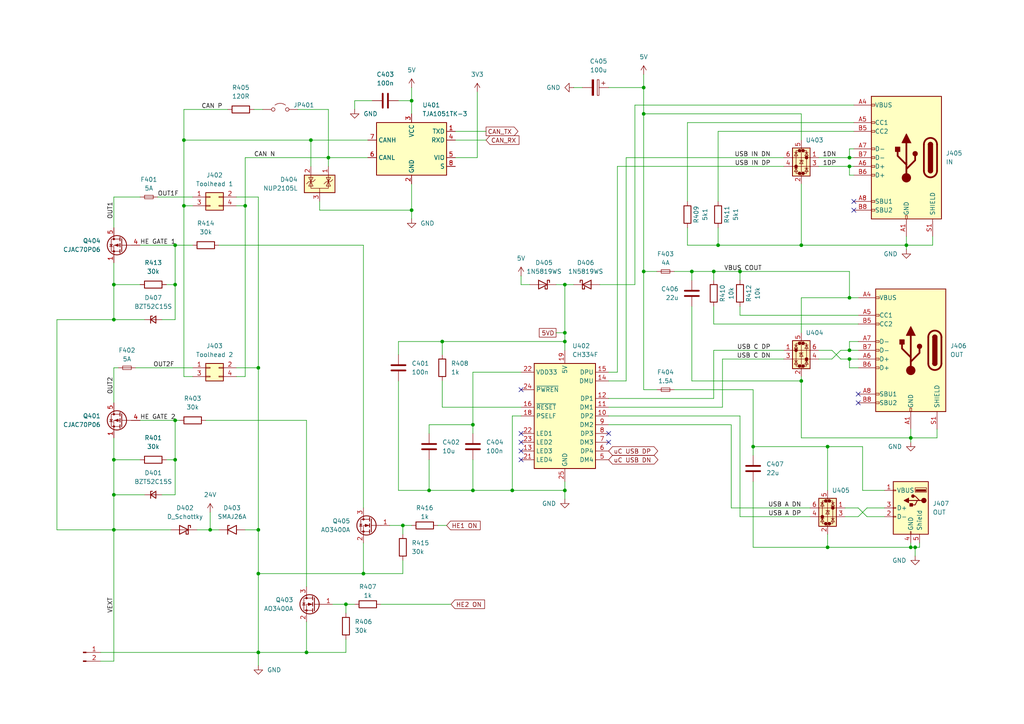
<source format=kicad_sch>
(kicad_sch (version 20250114) (generator "eeschema") (generator_version "9.0")
  (paper "A4")
  (title_block (title "EWS - Power, CANbus and USB HAT for 3D Printers") (date "2025-12-03") (rev "1.0") (company "Eduard Iten"))
  (lib_symbols
    (symbol "Connector:Conn_01x02_Pin" (pin_names (offset 1.016) (hide yes))
      (property "Reference" "J" (at 0 2.54 0))
      (property "Value" "Conn_01x02_Pin" (at 0 -5.08 0))
      (symbol "Conn_01x02_Pin_1_1"
        (pin passive line (at 5.08 0 180) (length 3.81) (name "Pin_1") (number "1"))
        (pin passive line (at 5.08 -2.54 180) (length 3.81) (name "Pin_2") (number "2"))
      )
    )
    (symbol "Connector:USB_A" (pin_names (offset 1.016))
      (property "Reference" "J" (at -5.08 11.43 0))
      (property "Value" "USB_A" (at -5.08 8.89 0))
      (symbol "USB_A_1_1"
        (pin passive line (at -2.54 -10.16 90) (length 2.54) (name "Shield") (number "5"))
        (pin power_in line (at 0 -10.16 90) (length 2.54) (name "GND") (number "4"))
        (pin power_in line (at 7.62 5.08 180) (length 2.54) (name "VBUS") (number "1"))
        (pin bidirectional line (at 7.62 0 180) (length 2.54) (name "D+") (number "3"))
        (pin bidirectional line (at 7.62 -2.54 180) (length 2.54) (name "D-") (number "2"))
      )
    )
    (symbol "Connector:USB_C_Receptacle_USB2.0_16P" (pin_names (offset 1.016))
      (property "Reference" "J" (at 0 22.225 0))
      (property "Value" "USB_C_Receptacle_USB2.0_16P" (at 0 19.685 0))
      (symbol "USB_C_Receptacle_USB2.0_16P_1_1"
        (pin passive line (at -7.62 -22.86 90) (length 5.08) (name "SHIELD") (number "S1"))
        (pin passive line (at 0 -22.86 90) (length 5.08) (name "GND") (number "A1"))
        (pin passive line (at 0 -22.86 90) (length 5.08) (hide yes) (name "GND") (number "A12"))
        (pin passive line (at 0 -22.86 90) (length 5.08) (hide yes) (name "GND") (number "B1"))
        (pin passive line (at 0 -22.86 90) (length 5.08) (hide yes) (name "GND") (number "B12"))
        (pin passive line (at 15.24 15.24 180) (length 5.08) (name "VBUS") (number "A4"))
        (pin passive line (at 15.24 15.24 180) (length 5.08) (hide yes) (name "VBUS") (number "A9"))
        (pin passive line (at 15.24 15.24 180) (length 5.08) (hide yes) (name "VBUS") (number "B4"))
        (pin passive line (at 15.24 15.24 180) (length 5.08) (hide yes) (name "VBUS") (number "B9"))
        (pin bidirectional line (at 15.24 10.16 180) (length 5.08) (name "CC1") (number "A5"))
        (pin bidirectional line (at 15.24 7.62 180) (length 5.08) (name "CC2") (number "B5"))
        (pin bidirectional line (at 15.24 2.54 180) (length 5.08) (name "D-") (number "A7"))
        (pin bidirectional line (at 15.24 0 180) (length 5.08) (name "D-") (number "B7"))
        (pin bidirectional line (at 15.24 -2.54 180) (length 5.08) (name "D+") (number "A6"))
        (pin bidirectional line (at 15.24 -5.08 180) (length 5.08) (name "D+") (number "B6"))
        (pin bidirectional line (at 15.24 -12.7 180) (length 5.08) (name "SBU1") (number "A8"))
        (pin bidirectional line (at 15.24 -15.24 180) (length 5.08) (name "SBU2") (number "B8"))
      )
    )
    (symbol "Connector_Generic:Conn_02x02_Odd_Even" (pin_names (offset 1.016) (hide yes))
      (property "Reference" "J" (at 1.27 2.54 0))
      (property "Value" "Conn_02x02_Odd_Even" (at 1.27 -5.08 0))
      (symbol "Conn_02x02_Odd_Even_1_1"
        (pin passive line (at -5.08 0 0) (length 3.81) (name "Pin_1") (number "1"))
        (pin passive line (at -5.08 -2.54 0) (length 3.81) (name "Pin_3") (number "3"))
        (pin passive line (at 7.62 0 180) (length 3.81) (name "Pin_2") (number "2"))
        (pin passive line (at 7.62 -2.54 180) (length 3.81) (name "Pin_4") (number "4"))
      )
    )
    (symbol "Device:C" (pin_numbers (hide yes)) (pin_names (offset 0.254))
      (property "Reference" "C" (at 0.635 2.54 0))
      (property "Value" "C" (at 0.635 -2.54 0))
      (symbol "C_1_1"
        (pin passive line (at 0 3.81 270) (length 2.794) (name "~") (number "1"))
        (pin passive line (at 0 -3.81 90) (length 2.794) (name "~") (number "2"))
      )
    )
    (symbol "Device:C_Polarized" (pin_numbers (hide yes)) (pin_names (offset 0.254))
      (property "Reference" "C" (at 0.635 2.54 0))
      (property "Value" "C_Polarized" (at 0.635 -2.54 0))
      (symbol "C_Polarized_1_1"
        (pin passive line (at 0 3.81 270) (length 2.794) (name "~") (number "1"))
        (pin passive line (at 0 -3.81 90) (length 2.794) (name "~") (number "2"))
      )
    )
    (symbol "Device:D_Schottky" (pin_numbers (hide yes)) (pin_names (offset 1.016) (hide yes))
      (property "Reference" "D" (at 0 2.54 0))
      (property "Value" "D_Schottky" (at 0 -2.54 0))
      (symbol "D_Schottky_1_1"
        (pin passive line (at -3.81 0 0) (length 2.54) (name "K") (number "1"))
        (pin passive line (at 3.81 0 180) (length 2.54) (name "A") (number "2"))
      )
    )
    (symbol "Device:D_Zener_Small" (pin_numbers (hide yes)) (pin_names (offset 0.254) (hide yes))
      (property "Reference" "D" (at 0 2.286 0))
      (property "Value" "D_Zener_Small" (at 0 -2.286 0))
      (symbol "D_Zener_Small_1_1"
        (pin passive line (at -2.54 0 0) (length 1.778) (name "K") (number "1"))
        (pin passive line (at 2.54 0 180) (length 1.778) (name "A") (number "2"))
      )
    )
    (symbol "Device:Fuse_Small" (pin_numbers (hide yes)) (pin_names (offset 0.254) (hide yes))
      (property "Reference" "F" (at 0 -1.524 0))
      (property "Value" "Fuse_Small" (at 0 1.524 0))
      (symbol "Fuse_Small_1_1"
        (pin passive line (at -2.54 0 0) (length 1.27) (name "~") (number "1"))
        (pin passive line (at 2.54 0 180) (length 1.27) (name "~") (number "2"))
      )
    )
    (symbol "Device:R" (pin_numbers (hide yes)) (pin_names (offset 0))
      (property "Reference" "R" (at 2.032 0 90))
      (property "Value" "R" (at 0 0 90))
      (symbol "R_1_1"
        (pin passive line (at 0 3.81 270) (length 1.27) (name "~") (number "1"))
        (pin passive line (at 0 -3.81 90) (length 1.27) (name "~") (number "2"))
      )
    )
    (symbol "Diode:1N5819WS" (pin_numbers (hide yes)) (pin_names (offset 1.016) (hide yes))
      (property "Reference" "D" (at 0 2.54 0))
      (property "Value" "1N5819WS" (at 0 -2.54 0))
      (symbol "1N5819WS_1_1"
        (pin passive line (at -3.81 0 0) (length 2.54) (name "K") (number "1"))
        (pin passive line (at 3.81 0 180) (length 2.54) (name "A") (number "2"))
      )
    )
    (symbol "Diode:SMAJ26A" (pin_numbers (hide yes)) (pin_names (offset 1.016) (hide yes))
      (property "Reference" "D" (at 0 2.54 0))
      (property "Value" "SMAJ26A" (at 0 -2.54 0))
      (symbol "SMAJ26A_1_1"
        (pin passive line (at -3.81 0 0) (length 2.54) (name "A1") (number "1"))
        (pin passive line (at 3.81 0 180) (length 2.54) (name "A2") (number "2"))
      )
    )
    (symbol "Interface_CAN_LIN:TJA1051TK-3"
      (property "Reference" "U" (at -10.16 8.89 0))
      (property "Value" "TJA1051TK-3" (at 1.27 8.89 0))
      (symbol "TJA1051TK-3_1_1"
        (pin input line (at -12.7 5.08 0) (length 2.54) (name "TXD") (number "1"))
        (pin output line (at -12.7 2.54 0) (length 2.54) (name "RXD") (number "4"))
        (pin power_in line (at -12.7 -2.54 0) (length 2.54) (name "VIO") (number "5"))
        (pin input line (at -12.7 -5.08 0) (length 2.54) (name "S") (number "8"))
        (pin power_in line (at 0 10.16 270) (length 2.54) (name "VCC") (number "3"))
        (pin power_in line (at 0 -10.16 90) (length 2.54) (name "GND") (number "2"))
        (pin passive line (at 0 -10.16 90) (length 2.54) (hide yes) (name "GND") (number "9"))
        (pin bidirectional line (at 12.7 2.54 180) (length 2.54) (name "CANH") (number "7"))
        (pin bidirectional line (at 12.7 -2.54 180) (length 2.54) (name "CANL") (number "6"))
      )
    )
    (symbol "Jumper:Jumper_2_Open" (pin_numbers (hide yes)) (pin_names (offset 0) (hide yes))
      (property "Reference" "JP" (at 0 2.794 0))
      (property "Value" "Jumper_2_Open" (at 0 -2.286 0))
      (symbol "Jumper_2_Open_1_1"
        (pin passive line (at -5.08 0 0) (length 2.54) (name "A") (number "1"))
        (pin passive line (at 5.08 0 180) (length 2.54) (name "B") (number "2"))
      )
    )
    (symbol "Power_Protection:NUP2105L" (pin_names (hide yes))
      (property "Reference" "D" (at 5.715 2.54 0))
      (property "Value" "NUP2105L" (at 5.715 0.635 0))
      (symbol "NUP2105L_0_0"
        (pin passive line (at 0 -5.08 90) (length 2.54) (name "A") (number "3"))
      )
      (symbol "NUP2105L_1_1"
        (pin passive line (at -2.54 5.08 270) (length 2.54) (name "K") (number "1"))
        (pin passive line (at 2.54 5.08 270) (length 2.54) (name "K") (number "2"))
      )
    )
    (symbol "Power_Protection:USBLC6-2SC6" (pin_names (hide yes))
      (property "Reference" "U" (at 0.635 5.715 0))
      (property "Value" "USBLC6-2SC6" (at 0.635 3.81 0))
      (symbol "USBLC6-2SC6_1_1"
        (pin passive line (at -5.08 0 0) (length 2.54) (name "I/O1") (number "1"))
        (pin passive line (at -5.08 -2.54 0) (length 2.54) (name "I/O2") (number "3"))
        (pin passive line (at 0 5.08 270) (length 2.54) (name "VBUS") (number "5"))
        (pin passive line (at 0 -7.62 90) (length 2.54) (name "GND") (number "2"))
        (pin passive line (at 5.08 0 180) (length 2.54) (name "I/O1") (number "6"))
        (pin passive line (at 5.08 -2.54 180) (length 2.54) (name "I/O2") (number "4"))
      )
    )
    (symbol "Transistor_FET:AO3400A" (pin_names (offset 0) (hide yes))
      (property "Reference" "Q" (at 5.08 1.905 0))
      (property "Value" "AO3400A" (at 5.08 0 0))
      (symbol "AO3400A_1_1"
        (pin input line (at -5.08 0 0) (length 2.54) (name "G") (number "1"))
        (pin passive line (at 2.54 5.08 270) (length 2.54) (name "D") (number "3"))
        (pin passive line (at 2.54 -5.08 90) (length 2.54) (name "S") (number "2"))
      )
    )
    (symbol "Transistor_FET:AON6411" (pin_names (hide yes))
      (property "Reference" "Q" (at 5.08 1.905 0))
      (property "Value" "AON6411" (at 5.08 0 0))
      (symbol "AON6411_1_1"
        (pin input line (at -5.08 0 0) (length 2.54) (name "G") (number "4"))
        (pin passive line (at 2.54 5.08 270) (length 2.54) (name "D") (number "5"))
        (pin passive line (at 2.54 -5.08 90) (length 2.54) (name "S") (number "1"))
        (pin passive line (at 2.54 -5.08 90) (length 2.54) (hide yes) (name "S") (number "2"))
        (pin passive line (at 2.54 -5.08 90) (length 2.54) (hide yes) (name "S") (number "3"))
      )
    )
    (symbol "power:+24V" (power) (pin_numbers (hide yes)) (pin_names (offset 0) (hide yes))
      (property "Value" "+24V" (at 0 3.556 0))
      (symbol "+24V_1_1"
        (pin power_in line (at 0 0 90) (length 0) (name "~") (number "1"))
      )
    )
    (symbol "power:+5V" (power) (pin_numbers (hide yes)) (pin_names (offset 0) (hide yes))
      (property "Value" "+5V" (at 0 3.556 0))
      (symbol "+5V_1_1"
        (pin power_in line (at 0 0 90) (length 0) (name "~") (number "1"))
      )
    )
    (symbol "power:GND" (power) (pin_numbers (hide yes)) (pin_names (offset 0) (hide yes))
      (property "Value" "GND" (at 0 -3.81 0))
      (symbol "GND_1_1"
        (pin power_in line (at 0 0 270) (length 0) (name "~") (number "1"))
      )
    )
    (symbol "project:CH334F"
      (property "Reference" "U" (at 1.27 19.05 0))
      (property "Value" "CH334F" (at 1.27 16.51 0))
      (symbol "CH334F_1_1"
        (pin no_connect line (at -27.94 25.4 0) (length 2.54) (hide yes) (name "~{OVCUR}") (number "1"))
        (pin no_connect line (at -27.94 22.86 0) (length 2.54) (hide yes) (name "NC") (number "2"))
        (pin no_connect line (at -27.94 20.32 0) (length 2.54) (hide yes) (name "X0") (number "3"))
        (pin no_connect line (at -27.94 17.78 0) (length 2.54) (hide yes) (name "XI") (number "4"))
        (pin no_connect line (at -27.94 15.24 0) (length 2.54) (hide yes) (name "NC") (number "17"))
        (pin power_out line (at -12.7 12.7 0) (length 3.81) (name "VDD33") (number "22"))
        (pin output line (at -12.7 7.62 0) (length 3.81) (name "~{PWREN}") (number "24"))
        (pin input line (at -12.7 2.54 0) (length 3.81) (name "~{RESET}") (number "16"))
        (pin input line (at -12.7 0 0) (length 3.81) (name "PSELF") (number "18"))
        (pin output line (at -12.7 -5.08 0) (length 3.81) (name "LED1") (number "22"))
        (pin output line (at -12.7 -7.62 0) (length 3.81) (name "LED2") (number "23"))
        (pin output line (at -12.7 -10.16 0) (length 3.81) (name "LED3") (number "13"))
        (pin output line (at -12.7 -12.7 0) (length 3.81) (name "LED4") (number "21"))
        (pin power_in line (at 0 19.05 270) (length 3.81) (name "5V") (number "19"))
        (pin power_in line (at 0 -19.05 90) (length 3.81) (name "GND") (number "25"))
        (pin input line (at 12.7 12.7 180) (length 3.81) (name "DPU") (number "15"))
        (pin input line (at 12.7 10.16 180) (length 3.81) (name "DMU") (number "14"))
        (pin output line (at 12.7 5.08 180) (length 3.81) (name "DP1") (number "12"))
        (pin output line (at 12.7 2.54 180) (length 3.81) (name "DM1") (number "11"))
        (pin output line (at 12.7 0 180) (length 3.81) (name "DP2") (number "10"))
        (pin output line (at 12.7 -2.54 180) (length 3.81) (name "DM2") (number "9"))
        (pin output line (at 12.7 -5.08 180) (length 3.81) (name "DP3") (number "8"))
        (pin output line (at 12.7 -7.62 180) (length 3.81) (name "DM3") (number "7"))
        (pin output line (at 12.7 -10.16 180) (length 3.81) (name "DP4") (number "6"))
        (pin output line (at 12.7 -12.7 180) (length 3.81) (name "DM4") (number "5"))
      )
    )
  )
  (junction (at 246.38 104.14))
  (junction (at 214.63 78.74))
  (junction (at 246.38 101.6))
  (junction (at 74.93 153.67))
  (junction (at 53.34 40.64))
  (junction (at 33.02 92.71))
  (junction (at 71.12 59.69))
  (junction (at 246.38 48.26))
  (junction (at 119.38 29.21))
  (junction (at 148.59 142.24))
  (junction (at 124.46 142.24))
  (junction (at 33.02 133.35))
  (junction (at 264.16 158.75))
  (junction (at 137.16 123.19))
  (junction (at 53.34 59.69))
  (junction (at 60.96 153.67))
  (junction (at 74.93 106.68))
  (junction (at 119.38 60.96))
  (junction (at 186.69 78.74))
  (junction (at 246.38 45.72))
  (junction (at 74.93 166.37))
  (junction (at 218.44 129.54))
  (junction (at 128.27 99.06))
  (junction (at 137.16 142.24))
  (junction (at 186.69 33.02))
  (junction (at 88.9 189.23))
  (junction (at 240.03 129.54))
  (junction (at 265.43 158.75))
  (junction (at 74.93 189.23))
  (junction (at 33.02 143.51))
  (junction (at 163.83 99.06))
  (junction (at 33.02 153.67))
  (junction (at 208.28 71.12))
  (junction (at 105.41 166.37))
  (junction (at 116.84 152.4))
  (junction (at 246.38 86.36))
  (junction (at 163.83 142.24))
  (junction (at 163.83 96.52))
  (junction (at 33.02 82.55))
  (junction (at 95.25 45.72))
  (junction (at 232.41 71.12))
  (junction (at 163.83 82.55))
  (junction (at 262.89 71.12))
  (junction (at 264.16 127))
  (junction (at 207.01 78.74))
  (junction (at 240.03 158.75))
  (junction (at 50.8 82.55))
  (junction (at 200.66 78.74))
  (junction (at 50.8 133.35))
  (junction (at 90.17 40.64))
  (junction (at 50.8 121.92))
  (junction (at 186.69 25.4))
  (junction (at 232.41 110.49))
  (junction (at 100.33 175.26))
  (junction (at 50.8 71.12))
  (no_connect (at 151.13 130.81))
  (no_connect (at 151.13 113.03))
  (no_connect (at 151.13 128.27))
  (no_connect (at 176.53 128.27))
  (no_connect (at 349.25 134.62))
  (no_connect (at 151.13 133.35))
  (no_connect (at 248.92 116.84))
  (no_connect (at 248.92 114.3))
  (no_connect (at 247.65 60.96))
  (no_connect (at 151.13 125.73))
  (no_connect (at 247.65 58.42))
  (no_connect (at 176.53 125.73))
  (wire (pts (xy 124.46 125.73) (xy 124.46 123.19)))
  (wire (pts (xy 100.33 175.26) (xy 102.87 175.26)))
  (wire (pts (xy 240.03 154.94) (xy 240.03 158.75)))
  (wire (pts (xy 218.44 113.03) (xy 218.44 129.54)))
  (wire (pts (xy 50.8 92.71) (xy 50.8 82.55)))
  (wire (pts (xy 53.34 109.22) (xy 53.34 59.69)))
  (wire (pts (xy 243.84 101.6) (xy 246.38 101.6)))
  (wire (pts (xy 71.12 59.69) (xy 68.58 59.69)))
  (wire (pts (xy 34.29 106.68) (xy 33.02 106.68)))
  (wire (pts (xy 33.02 57.15) (xy 40.64 57.15)))
  (wire (pts (xy 40.64 71.12) (xy 50.8 71.12)))
  (wire (pts (xy 246.38 99.06) (xy 246.38 101.6)))
  (wire (pts (xy 105.41 166.37) (xy 74.93 166.37)))
  (wire (pts (xy 60.96 153.67) (xy 63.5 153.67)))
  (wire (pts (xy 176.53 120.65) (xy 214.63 120.65)))
  (wire (pts (xy 207.01 93.98) (xy 207.01 88.9)))
  (wire (pts (xy 186.69 78.74) (xy 186.69 113.03)))
  (wire (pts (xy 53.34 59.69) (xy 53.34 40.64)))
  (wire (pts (xy 209.55 118.11) (xy 209.55 104.14)))
  (wire (pts (xy 113.03 152.4) (xy 116.84 152.4)))
  (wire (pts (xy 148.59 142.24) (xy 163.83 142.24)))
  (wire (pts (xy 232.41 127) (xy 264.16 127)))
  (wire (pts (xy 115.57 102.87) (xy 115.57 99.06)))
  (wire (pts (xy 74.93 189.23) (xy 74.93 193.04)))
  (wire (pts (xy 63.5 71.12) (xy 105.41 71.12)))
  (wire (pts (xy 173.99 82.55) (xy 184.15 82.55)))
  (wire (pts (xy 92.71 58.42) (xy 92.71 60.96)))
  (wire (pts (xy 251.46 147.32) (xy 256.54 147.32)))
  (wire (pts (xy 95.25 45.72) (xy 95.25 48.26)))
  (wire (pts (xy 119.38 53.34) (xy 119.38 60.96)))
  (wire (pts (xy 262.89 68.58) (xy 262.89 71.12)))
  (wire (pts (xy 140.97 40.64) (xy 132.08 40.64)))
  (wire (pts (xy 115.57 142.24) (xy 124.46 142.24)))
  (wire (pts (xy 115.57 99.06) (xy 128.27 99.06)))
  (wire (pts (xy 137.16 133.35) (xy 137.16 142.24)))
  (wire (pts (xy 241.3 104.14) (xy 243.84 101.6)))
  (wire (pts (xy 33.02 127) (xy 33.02 133.35)))
  (wire (pts (xy 102.87 31.75) (xy 102.87 29.21)))
  (wire (pts (xy 246.38 50.8) (xy 246.38 48.26)))
  (wire (pts (xy 195.58 78.74) (xy 200.66 78.74)))
  (wire (pts (xy 232.41 40.64) (xy 232.41 33.02)))
  (wire (pts (xy 151.13 82.55) (xy 153.67 82.55)))
  (wire (pts (xy 151.13 120.65) (xy 148.59 120.65)))
  (wire (pts (xy 33.02 143.51) (xy 41.91 143.51)))
  (wire (pts (xy 218.44 158.75) (xy 240.03 158.75)))
  (wire (pts (xy 53.34 59.69) (xy 55.88 59.69)))
  (wire (pts (xy 214.63 81.28) (xy 214.63 78.74)))
  (wire (pts (xy 247.65 43.18) (xy 246.38 43.18)))
  (wire (pts (xy 184.15 82.55) (xy 184.15 30.48)))
  (wire (pts (xy 248.92 91.44) (xy 214.63 91.44)))
  (wire (pts (xy 53.34 31.75) (xy 66.04 31.75)))
  (wire (pts (xy 74.93 153.67) (xy 74.93 166.37)))
  (wire (pts (xy 57.15 153.67) (xy 60.96 153.67)))
  (wire (pts (xy 55.88 109.22) (xy 53.34 109.22)))
  (wire (pts (xy 200.66 78.74) (xy 200.66 81.28)))
  (wire (pts (xy 181.61 45.72) (xy 227.33 45.72)))
  (wire (pts (xy 137.16 123.19) (xy 137.16 125.73)))
  (wire (pts (xy 200.66 110.49) (xy 232.41 110.49)))
  (wire (pts (xy 163.83 96.52) (xy 163.83 99.06)))
  (wire (pts (xy 137.16 107.95) (xy 137.16 123.19)))
  (wire (pts (xy 245.11 147.32) (xy 248.92 147.32)))
  (wire (pts (xy 195.58 113.03) (xy 218.44 113.03)))
  (wire (pts (xy 100.33 185.42) (xy 100.33 189.23)))
  (wire (pts (xy 128.27 110.49) (xy 128.27 118.11)))
  (wire (pts (xy 119.38 60.96) (xy 92.71 60.96)))
  (wire (pts (xy 33.02 92.71) (xy 41.91 92.71)))
  (wire (pts (xy 137.16 107.95) (xy 151.13 107.95)))
  (wire (pts (xy 248.92 147.32) (xy 251.46 149.86)))
  (wire (pts (xy 119.38 25.4) (xy 119.38 29.21)))
  (wire (pts (xy 68.58 57.15) (xy 74.93 57.15)))
  (wire (pts (xy 214.63 78.74) (xy 207.01 78.74)))
  (wire (pts (xy 161.29 82.55) (xy 163.83 82.55)))
  (wire (pts (xy 76.2 31.75) (xy 73.66 31.75)))
  (wire (pts (xy 240.03 129.54) (xy 240.03 142.24)))
  (wire (pts (xy 247.65 38.1) (xy 208.28 38.1)))
  (wire (pts (xy 264.16 124.46) (xy 264.16 127)))
  (wire (pts (xy 245.11 149.86) (xy 248.92 149.86)))
  (wire (pts (xy 248.92 93.98) (xy 207.01 93.98)))
  (wire (pts (xy 74.93 57.15) (xy 74.93 106.68)))
  (wire (pts (xy 176.53 115.57) (xy 207.01 115.57)))
  (wire (pts (xy 237.49 45.72) (xy 246.38 45.72)))
  (wire (pts (xy 48.26 82.55) (xy 50.8 82.55)))
  (wire (pts (xy 199.39 71.12) (xy 208.28 71.12)))
  (wire (pts (xy 50.8 143.51) (xy 50.8 133.35)))
  (wire (pts (xy 250.19 129.54) (xy 240.03 129.54)))
  (wire (pts (xy 218.44 129.54) (xy 218.44 132.08)))
  (wire (pts (xy 74.93 106.68) (xy 68.58 106.68)))
  (wire (pts (xy 232.41 53.34) (xy 232.41 71.12)))
  (wire (pts (xy 71.12 109.22) (xy 71.12 59.69)))
  (wire (pts (xy 50.8 133.35) (xy 50.8 121.92)))
  (wire (pts (xy 90.17 40.64) (xy 90.17 48.26)))
  (wire (pts (xy 50.8 121.92) (xy 52.07 121.92)))
  (wire (pts (xy 250.19 142.24) (xy 250.19 129.54)))
  (wire (pts (xy 128.27 99.06) (xy 163.83 99.06)))
  (wire (pts (xy 212.09 123.19) (xy 212.09 147.32)))
  (wire (pts (xy 46.99 92.71) (xy 50.8 92.71)))
  (wire (pts (xy 96.52 175.26) (xy 100.33 175.26)))
  (wire (pts (xy 115.57 29.21) (xy 119.38 29.21)))
  (wire (pts (xy 45.72 57.15) (xy 55.88 57.15)))
  (wire (pts (xy 264.16 157.48) (xy 264.16 158.75)))
  (wire (pts (xy 95.25 45.72) (xy 106.68 45.72)))
  (wire (pts (xy 33.02 143.51) (xy 33.02 153.67)))
  (wire (pts (xy 232.41 71.12) (xy 262.89 71.12)))
  (wire (pts (xy 124.46 142.24) (xy 137.16 142.24)))
  (wire (pts (xy 151.13 80.01) (xy 151.13 82.55)))
  (wire (pts (xy 119.38 29.21) (xy 119.38 33.02)))
  (wire (pts (xy 161.29 96.52) (xy 163.83 96.52)))
  (wire (pts (xy 71.12 45.72) (xy 95.25 45.72)))
  (wire (pts (xy 209.55 104.14) (xy 227.33 104.14)))
  (wire (pts (xy 138.43 26.67) (xy 138.43 45.72)))
  (wire (pts (xy 100.33 189.23) (xy 88.9 189.23)))
  (wire (pts (xy 60.96 148.59) (xy 60.96 153.67)))
  (wire (pts (xy 29.21 191.77) (xy 33.02 191.77)))
  (wire (pts (xy 176.53 118.11) (xy 209.55 118.11)))
  (wire (pts (xy 208.28 38.1) (xy 208.28 58.42)))
  (wire (pts (xy 208.28 71.12) (xy 232.41 71.12)))
  (wire (pts (xy 105.41 157.48) (xy 105.41 166.37)))
  (wire (pts (xy 39.37 106.68) (xy 55.88 106.68)))
  (wire (pts (xy 246.38 101.6) (xy 248.92 101.6)))
  (wire (pts (xy 33.02 82.55) (xy 33.02 92.71)))
  (wire (pts (xy 176.53 107.95) (xy 179.07 107.95)))
  (wire (pts (xy 88.9 180.34) (xy 88.9 189.23)))
  (wire (pts (xy 33.02 76.2) (xy 33.02 82.55)))
  (wire (pts (xy 46.99 143.51) (xy 50.8 143.51)))
  (wire (pts (xy 212.09 123.19) (xy 176.53 123.19)))
  (wire (pts (xy 246.38 48.26) (xy 247.65 48.26)))
  (wire (pts (xy 74.93 166.37) (xy 74.93 189.23)))
  (wire (pts (xy 33.02 82.55) (xy 40.64 82.55)))
  (wire (pts (xy 214.63 120.65) (xy 214.63 149.86)))
  (wire (pts (xy 16.51 92.71) (xy 33.02 92.71)))
  (wire (pts (xy 176.53 25.4) (xy 186.69 25.4)))
  (wire (pts (xy 186.69 33.02) (xy 186.69 78.74)))
  (wire (pts (xy 266.7 157.48) (xy 266.7 158.75)))
  (wire (pts (xy 262.89 71.12) (xy 262.89 72.39)))
  (wire (pts (xy 248.92 99.06) (xy 246.38 99.06)))
  (wire (pts (xy 115.57 110.49) (xy 115.57 142.24)))
  (wire (pts (xy 246.38 104.14) (xy 248.92 104.14)))
  (wire (pts (xy 232.41 109.22) (xy 232.41 110.49)))
  (wire (pts (xy 124.46 133.35) (xy 124.46 142.24)))
  (wire (pts (xy 270.51 68.58) (xy 270.51 71.12)))
  (wire (pts (xy 237.49 101.6) (xy 241.3 101.6)))
  (wire (pts (xy 124.46 123.19) (xy 137.16 123.19)))
  (wire (pts (xy 264.16 158.75) (xy 265.43 158.75)))
  (wire (pts (xy 214.63 91.44) (xy 214.63 88.9)))
  (wire (pts (xy 68.58 109.22) (xy 71.12 109.22)))
  (wire (pts (xy 137.16 142.24) (xy 148.59 142.24)))
  (wire (pts (xy 48.26 133.35) (xy 50.8 133.35)))
  (wire (pts (xy 200.66 88.9) (xy 200.66 110.49)))
  (wire (pts (xy 208.28 66.04) (xy 208.28 71.12)))
  (wire (pts (xy 248.92 149.86) (xy 251.46 147.32)))
  (wire (pts (xy 116.84 152.4) (xy 116.84 154.94)))
  (wire (pts (xy 163.83 139.7) (xy 163.83 142.24)))
  (wire (pts (xy 53.34 40.64) (xy 53.34 31.75)))
  (wire (pts (xy 207.01 115.57) (xy 207.01 101.6)))
  (wire (pts (xy 246.38 45.72) (xy 247.65 45.72)))
  (wire (pts (xy 218.44 139.7) (xy 218.44 158.75)))
  (wire (pts (xy 246.38 43.18) (xy 246.38 45.72)))
  (wire (pts (xy 116.84 166.37) (xy 105.41 166.37)))
  (wire (pts (xy 116.84 162.56) (xy 116.84 166.37)))
  (wire (pts (xy 240.03 158.75) (xy 264.16 158.75)))
  (wire (pts (xy 243.84 104.14) (xy 246.38 104.14)))
  (wire (pts (xy 88.9 121.92) (xy 88.9 170.18)))
  (wire (pts (xy 232.41 86.36) (xy 246.38 86.36)))
  (wire (pts (xy 140.97 38.1) (xy 132.08 38.1)))
  (wire (pts (xy 179.07 48.26) (xy 227.33 48.26)))
  (wire (pts (xy 241.3 101.6) (xy 243.84 104.14)))
  (wire (pts (xy 186.69 33.02) (xy 232.41 33.02)))
  (wire (pts (xy 264.16 127) (xy 264.16 128.27)))
  (wire (pts (xy 186.69 25.4) (xy 186.69 33.02)))
  (wire (pts (xy 128.27 102.87) (xy 128.27 99.06)))
  (wire (pts (xy 33.02 153.67) (xy 33.02 191.77)))
  (wire (pts (xy 247.65 50.8) (xy 246.38 50.8)))
  (wire (pts (xy 181.61 110.49) (xy 181.61 45.72)))
  (wire (pts (xy 50.8 71.12) (xy 55.88 71.12)))
  (wire (pts (xy 266.7 158.75) (xy 265.43 158.75)))
  (wire (pts (xy 212.09 147.32) (xy 234.95 147.32)))
  (wire (pts (xy 90.17 40.64) (xy 106.68 40.64)))
  (wire (pts (xy 33.02 106.68) (xy 33.02 116.84)))
  (wire (pts (xy 166.37 25.4) (xy 168.91 25.4)))
  (wire (pts (xy 218.44 129.54) (xy 240.03 129.54)))
  (wire (pts (xy 199.39 35.56) (xy 247.65 35.56)))
  (wire (pts (xy 95.25 31.75) (xy 86.36 31.75)))
  (wire (pts (xy 265.43 158.75) (xy 265.43 161.29)))
  (wire (pts (xy 53.34 40.64) (xy 90.17 40.64)))
  (wire (pts (xy 110.49 175.26) (xy 130.81 175.26)))
  (wire (pts (xy 119.38 60.96) (xy 119.38 63.5)))
  (wire (pts (xy 100.33 175.26) (xy 100.33 177.8)))
  (wire (pts (xy 102.87 29.21) (xy 107.95 29.21)))
  (wire (pts (xy 232.41 96.52) (xy 232.41 86.36)))
  (wire (pts (xy 186.69 113.03) (xy 190.5 113.03)))
  (wire (pts (xy 33.02 133.35) (xy 40.64 133.35)))
  (wire (pts (xy 116.84 152.4) (xy 119.38 152.4)))
  (wire (pts (xy 199.39 66.04) (xy 199.39 71.12)))
  (wire (pts (xy 138.43 45.72) (xy 132.08 45.72)))
  (wire (pts (xy 246.38 86.36) (xy 246.38 78.74)))
  (wire (pts (xy 33.02 66.04) (xy 33.02 57.15)))
  (wire (pts (xy 88.9 189.23) (xy 74.93 189.23)))
  (wire (pts (xy 179.07 107.95) (xy 179.07 48.26)))
  (wire (pts (xy 95.25 31.75) (xy 95.25 45.72)))
  (wire (pts (xy 200.66 78.74) (xy 207.01 78.74)))
  (wire (pts (xy 163.83 82.55) (xy 163.83 96.52)))
  (wire (pts (xy 207.01 101.6) (xy 227.33 101.6)))
  (wire (pts (xy 50.8 82.55) (xy 50.8 71.12)))
  (wire (pts (xy 248.92 106.68) (xy 246.38 106.68)))
  (wire (pts (xy 33.02 153.67) (xy 16.51 153.67)))
  (wire (pts (xy 270.51 71.12) (xy 262.89 71.12)))
  (wire (pts (xy 176.53 110.49) (xy 181.61 110.49)))
  (wire (pts (xy 246.38 78.74) (xy 214.63 78.74)))
  (wire (pts (xy 59.69 121.92) (xy 88.9 121.92)))
  (wire (pts (xy 256.54 142.24) (xy 250.19 142.24)))
  (wire (pts (xy 184.15 30.48) (xy 247.65 30.48)))
  (wire (pts (xy 237.49 104.14) (xy 241.3 104.14)))
  (wire (pts (xy 248.92 86.36) (xy 246.38 86.36)))
  (wire (pts (xy 71.12 45.72) (xy 71.12 59.69)))
  (wire (pts (xy 186.69 78.74) (xy 190.5 78.74)))
  (wire (pts (xy 148.59 120.65) (xy 148.59 142.24)))
  (wire (pts (xy 163.83 142.24) (xy 163.83 144.78)))
  (wire (pts (xy 264.16 127) (xy 271.78 127)))
  (wire (pts (xy 207.01 78.74) (xy 207.01 81.28)))
  (wire (pts (xy 33.02 133.35) (xy 33.02 143.51)))
  (wire (pts (xy 271.78 124.46) (xy 271.78 127)))
  (wire (pts (xy 232.41 110.49) (xy 232.41 127)))
  (wire (pts (xy 33.02 153.67) (xy 49.53 153.67)))
  (wire (pts (xy 105.41 147.32) (xy 105.41 71.12)))
  (wire (pts (xy 40.64 121.92) (xy 50.8 121.92)))
  (wire (pts (xy 246.38 106.68) (xy 246.38 104.14)))
  (wire (pts (xy 16.51 153.67) (xy 16.51 92.71)))
  (wire (pts (xy 199.39 58.42) (xy 199.39 35.56)))
  (wire (pts (xy 251.46 149.86) (xy 256.54 149.86)))
  (wire (pts (xy 186.69 21.59) (xy 186.69 25.4)))
  (wire (pts (xy 71.12 153.67) (xy 74.93 153.67)))
  (wire (pts (xy 74.93 106.68) (xy 74.93 153.67)))
  (wire (pts (xy 163.83 82.55) (xy 166.37 82.55)))
  (wire (pts (xy 237.49 48.26) (xy 246.38 48.26)))
  (wire (pts (xy 163.83 99.06) (xy 163.83 101.6)))
  (wire (pts (xy 214.63 149.86) (xy 234.95 149.86)))
  (wire (pts (xy 127 152.4) (xy 129.54 152.4)))
  (wire (pts (xy 151.13 118.11) (xy 128.27 118.11)))
  (wire (pts (xy 29.21 189.23) (xy 74.93 189.23)))
  (label "HE GATE 1" (at 40.64 71.12 0))
  (label "HE GATE 2" (at 40.64 121.92 0))
  (label "USB IN DN" (at 223.52 45.72 180))
  (label "OUT1F" (at 45.72 57.15 0))
  (label "1DP" (at 242.57 48.26 180))
  (label "CAN N" (at 73.66 45.72 0))
  (label "OUT1" (at 33.02 63.5 90))
  (label "OUT2" (at 33.02 114.3 90))
  (label "OUT2F" (at 44.45 106.68 0))
  (label "1DN" (at 242.57 45.72 180))
  (label "VEXT" (at 33.02 177.8 90))
  (label "USB IN DP" (at 223.52 48.26 180))
  (label "USB C DN" (at 223.52 104.14 180))
  (label "USB A DN" (at 232.41 147.32 180))
  (label "USB A DP" (at 232.41 149.86 180))
  (label "CAN P" (at 58.42 31.75 0))
  (label "VBUS COUT" (at 220.98 78.74 180))
  (label "USB C DP" (at 223.52 101.6 180))
  (global_label "uC USB DP" (shape bidirectional) (at 176.53 130.81 0) (property "Intersheetrefs" "${INTERSHEET_REFS}" (effects (hide yes))))
  (global_label "HE1 ON" (shape input) (at 129.54 152.4 0) (property "Intersheetrefs" "${INTERSHEET_REFS}" (effects (hide yes))))
  (global_label "CAN_TX" (shape output) (at 140.97 38.1 0) (property "Intersheetrefs" "${INTERSHEET_REFS}" (effects (hide yes))))
  (global_label "uC USB DN" (shape bidirectional) (at 176.53 133.35 0) (property "Intersheetrefs" "${INTERSHEET_REFS}" (effects (hide yes))))
  (global_label "HE2 ON" (shape input) (at 130.81 175.26 0) (property "Intersheetrefs" "${INTERSHEET_REFS}" (effects (hide yes))))
  (global_label "CAN_RX" (shape input) (at 140.97 40.64 0) (property "Intersheetrefs" "${INTERSHEET_REFS}" (effects (hide yes))))
  (global_label "5VD" (shape passive) (at 161.29 96.52 180) (property "Intersheetrefs" "${INTERSHEET_REFS}" (effects (hide yes))))
  (symbol (lib_id "Device:C") (at 111.76 29.21 90) (unit 1)
    (property "Reference" "C403" (at 111.76 21.59 90))
    (property "Value" "100n" (at 111.76 24.13 90))
    (property "Footprint" "Capacitor_SMD:C_0402_1005Metric" (effects (hide yes)))
    (property "Description" "Unpolarized capacitor" (effects (hide yes)))
  )
  (symbol (lib_id "Transistor_FET:AON6411") (at 35.56 121.92 0) (mirror y) (unit 1)
    (property "Reference" "Q401" (at 29.21 120.6499 0) (effects (justify left)))
    (property "Value" "CJAC70P06" (at 29.21 123.1899 0) (effects (justify left)))
    (property "Footprint" "Package_DFN_QFN:AO_DFN-8-1EP_5.55x5.2mm_P1.27mm_EP4.12x4.6mm" (effects (hide yes)))
    (property "Datasheet" "http://www.aosmd.com/res/data_sheets/AON6411.pd" (effects (hide yes)))
  )
  (symbol (lib_id "Device:R") (at 123.19 152.4 90) (unit 1)
    (property "Reference" "R416" (at 123.19 147.32 90))
    (property "Value" "1k" (at 123.19 149.86 90))
    (property "Footprint" "Resistor_SMD:R_0402_1005Metric" (effects (hide yes)))
    (property "Description" "Resistor" (effects (hide yes)))
  )
  (symbol (lib_id "Power_Protection:USBLC6-2SC6") (at 232.41 45.72 0) (mirror y) (unit 1)
    (property "Reference" "U403" (at 233.68 40.64 0) (effects (justify right)))
    (property "Value" "USBLC6-2SC6" (effects (hide yes)))
    (property "Footprint" "Package_TO_SOT_SMD:SOT-23-6" (effects (hide yes)))
    (property "Datasheet" "https://www.st.com/resource/en/datasheet/usblc6-2.pdf" (effects (hide yes)))
    (property "Description" "Very low capacitance ESD protection diode, 2 data-line, SOT-23-6" (effects (hide yes)))
  )
  (symbol (lib_id "Connector:Conn_01x02_Pin") (at 24.13 189.23 0) (unit 1)
    (property "Reference" "J401" (effects (hide yes)))
    (property "Value" "PWR IN" (effects (hide yes)))
    (property "Footprint" "Connector_AMASS:AMASS_XT30PW-M_1x02_P2.50mm_Horizontal" (effects (hide yes)))
    (property "Description" "Generic connector, single row, 01x02, script generated" (effects (hide yes)))
  )
  (symbol (lib_id "power:GND") (at 262.89 72.39 0) (mirror y) (unit 1)
    (property "Reference" "#PWR0412" (effects (hide yes)))
    (property "Value" "GND" (at 260.35 73.6599 0) (effects (justify left)))
    (property "Description" "Power symbol creates a global label with name \"GND\" , ground" (effects (hide yes)))
  )
  (symbol (lib_id "Device:C_Polarized") (at 172.72 25.4 270) (unit 1)
    (property "Reference" "C405" (at 173.609 17.78 90))
    (property "Value" "100u" (at 173.609 20.32 90))
    (property "Footprint" "Capacitor_SMD:CP_Elec_6.3x7.7" (effects (hide yes)))
    (property "Description" "Polarized capacitor" (effects (hide yes)))
    (property "Manufacturer Part #" "RVT1H101M0607" (effects (hide yes)))
    (property "LCSC Part #" "C3151829" (effects (hide yes)))
  )
  (symbol (lib_id "Device:R") (at 106.68 175.26 90) (unit 1)
    (property "Reference" "R407" (at 106.68 170.18 90))
    (property "Value" "1k" (at 106.68 172.72 90))
    (property "Footprint" "Resistor_SMD:R_0402_1005Metric" (effects (hide yes)))
    (property "Description" "Resistor" (effects (hide yes)))
  )
  (symbol (lib_id "Transistor_FET:AON6411") (at 35.56 71.12 0) (mirror y) (unit 1)
    (property "Reference" "Q404" (at 29.21 69.8499 0) (effects (justify left)))
    (property "Value" "CJAC70P06" (at 29.21 72.3899 0) (effects (justify left)))
    (property "Footprint" "Package_DFN_QFN:AO_DFN-8-1EP_5.55x5.2mm_P1.27mm_EP4.12x4.6mm" (effects (hide yes)))
    (property "Datasheet" "http://www.aosmd.com/res/data_sheets/AON6411.pd" (effects (hide yes)))
  )
  (symbol (lib_id "Device:R") (at 208.28 62.23 0) (mirror x) (unit 1)
    (property "Reference" "R411" (at 210.82 62.23 90))
    (property "Value" "5k1" (at 213.36 62.23 90))
    (property "Footprint" "Resistor_SMD:R_0402_1005Metric" (effects (hide yes)))
    (property "Description" "Resistor" (effects (hide yes)))
  )
  (symbol (lib_id "Device:R") (at 100.33 181.61 180) (unit 1)
    (property "Reference" "R406" (at 102.87 180.3399 0) (effects (justify right)))
    (property "Value" "30k" (at 102.87 182.8799 0) (effects (justify right)))
    (property "Footprint" "Resistor_SMD:R_0402_1005Metric" (effects (hide yes)))
    (property "Description" "Resistor" (effects (hide yes)))
  )
  (symbol (lib_id "Device:R") (at 128.27 106.68 0) (mirror x) (unit 1)
    (property "Reference" "R408" (at 130.81 105.41 0) (effects (justify left)))
    (property "Value" "1k" (at 130.81 107.95 0) (effects (justify left)))
    (property "Footprint" "Resistor_SMD:R_0402_1005Metric" (effects (hide yes)))
    (property "Description" "Resistor" (effects (hide yes)))
  )
  (symbol (lib_id "power:GND") (at 166.37 25.4 270) (mirror x) (unit 1)
    (property "Reference" "#PWR0409" (effects (hide yes)))
    (property "Value" "GND" (at 162.56 25.3999 90) (effects (justify right)))
    (property "Description" "Power symbol creates a global label with name \"GND\" , ground" (effects (hide yes)))
  )
  (symbol (lib_id "power:GND") (at 74.93 193.04 0) (unit 1)
    (property "Reference" "#PWR0402" (effects (hide yes)))
    (property "Value" "GND" (at 77.47 194.3099 0) (effects (justify left)))
    (property "Description" "Power symbol creates a global label with name \"GND\" , ground" (effects (hide yes)))
  )
  (symbol (lib_id "Connector_Generic:Conn_02x02_Odd_Even") (at 60.96 57.15 0) (unit 1)
    (property "Reference" "J402" (at 62.23 50.8 0))
    (property "Value" "Toolhead 1" (at 62.23 53.34 0))
    (property "Footprint" "Connector_Molex:Molex_Micro-Fit_3.0_43045-0400_2x02_P3.00mm_Horizontal" (effects (hide yes)))
    (property "Description" "Generic connector, double row, 02x02, odd/even pin numbering scheme (row 1 odd numbers, row 2 even numbers), script generated (kicad-library-utils/schlib/autogen/connector/)" (effects (hide yes)))
  )
  (symbol (lib_id "Device:R") (at 207.01 85.09 0) (mirror x) (unit 1)
    (property "Reference" "R410" (at 209.55 85.09 90))
    (property "Value" "10k" (at 212.09 85.09 90))
    (property "Footprint" "Resistor_SMD:R_0402_1005Metric" (effects (hide yes)))
    (property "Description" "Resistor" (effects (hide yes)))
  )
  (symbol (lib_id "Connector:USB_C_Receptacle_USB2.0_16P") (at 264.16 101.6 0) (mirror y) (unit 1)
    (property "Reference" "J406" (at 275.59 100.3299 0) (effects (justify right)))
    (property "Value" "OUT" (at 275.59 102.8699 0) (effects (justify right)))
    (property "Footprint" "Connector_USB:USB_C_Receptacle_GCT_USB4105-xx-A_16P_TopMnt_Horizontal" (effects (hide yes)))
    (property "Datasheet" "https://www.usb.org/sites/default/files/documents/usb_type-c.zip" (effects (hide yes)))
    (property "Description" "USB 2.0-only 16P Type-C Receptacle connector" (effects (hide yes)))
    (property "Manufacturer Part #" "TYPE-C 16PIN 2MD(073)" (effects (hide yes)))
    (property "LCSC Part #" "C2765186" (effects (hide yes)))
  )
  (symbol (lib_id "power:+24V") (at 60.96 148.59 0) (unit 1)
    (property "Reference" "#PWR0401" (effects (hide yes)))
    (property "Value" "24V" (at 60.96 143.51 0))
    (property "Description" "Power symbol creates a global label with name \"+24V\"" (effects (hide yes)))
  )
  (symbol (lib_id "Transistor_FET:AO3400A") (at 91.44 175.26 0) (mirror y) (unit 1)
    (property "Reference" "Q403" (at 85.09 173.9899 0) (effects (justify left)))
    (property "Value" "AO3400A" (at 85.09 176.5299 0) (effects (justify left)))
    (property "Footprint" "Package_TO_SOT_SMD:SOT-23" (effects (hide yes)))
    (property "Datasheet" "http://www.aosmd.com/pdfs/datasheet/AO3400A.pdf" (effects (hide yes)))
    (property "Description" "30V Vds, 5.7A Id, N-Channel MOSFET, SOT-23" (effects (hide yes)))
  )
  (symbol (lib_id "Device:C") (at 124.46 129.54 0) (unit 1)
    (property "Reference" "C402" (at 128.27 128.2699 0) (effects (justify left)))
    (property "Value" "10u" (at 128.27 130.8099 0) (effects (justify left)))
    (property "Footprint" "Capacitor_SMD:C_0603_1608Metric" (effects (hide yes)))
    (property "Description" "Unpolarized capacitor" (effects (hide yes)))
  )
  (symbol (lib_id "Connector_Generic:Conn_02x02_Odd_Even") (at 60.96 106.68 0) (unit 1)
    (property "Reference" "J403" (at 62.23 100.33 0))
    (property "Value" "Toolhead 2" (at 62.23 102.87 0))
    (property "Footprint" "Connector_Molex:Molex_Micro-Fit_3.0_43045-0400_2x02_P3.00mm_Horizontal" (effects (hide yes)))
    (property "Description" "Generic connector, double row, 02x02, odd/even pin numbering scheme (row 1 odd numbers, row 2 even numbers), script generated (kicad-library-utils/schlib/autogen/connector/)" (effects (hide yes)))
  )
  (symbol (lib_id "Device:C") (at 115.57 106.68 0) (unit 1)
    (property "Reference" "C401" (at 119.38 105.4099 0) (effects (justify left)))
    (property "Value" "100n" (at 119.38 107.9499 0) (effects (justify left)))
    (property "Footprint" "Capacitor_SMD:C_0402_1005Metric" (effects (hide yes)))
    (property "Description" "Unpolarized capacitor" (effects (hide yes)))
  )
  (symbol (lib_id "power:+5V") (at 151.13 80.01 0) (unit 1)
    (property "Reference" "#PWR0406" (effects (hide yes)))
    (property "Value" "5V" (at 151.13 74.93 0))
    (property "Description" "Power symbol creates a global label with name \"+5V\"" (effects (hide yes)))
  )
  (symbol (lib_id "Device:R") (at 69.85 31.75 270) (mirror x) (unit 1)
    (property "Reference" "R405" (at 69.85 25.4 90))
    (property "Value" "120R" (at 69.85 27.94 90))
    (property "Footprint" "Resistor_SMD:R_0402_1005Metric_Pad0.72x0.64mm_HandSolder" (effects (hide yes)))
    (property "Description" "Resistor" (effects (hide yes)))
  )
  (symbol (lib_id "Diode:1N5819WS") (at 157.48 82.55 0) (mirror y) (unit 1)
    (property "Reference" "D405" (at 157.7975 76.2 0))
    (property "Value" "1N5819WS" (at 157.7975 78.74 0))
    (property "Footprint" "Diode_SMD:D_SOD-323" (effects (hide yes)))
    (property "Datasheet" "https://datasheet.lcsc.com/lcsc/2204281430_Guangdong-Hottech-1N5819WS_C191023.pdf" (effects (hide yes)))
    (property "Description" "40V 600mV@1A 1A SOD-323 Schottky Barrier Diodes, SOD-323" (effects (hide yes)))
  )
  (symbol (lib_id "Device:R") (at 44.45 133.35 90) (unit 1)
    (property "Reference" "R401" (at 44.45 127 90))
    (property "Value" "30k" (at 44.45 129.54 90))
    (property "Footprint" "Resistor_SMD:R_0402_1005Metric" (effects (hide yes)))
    (property "Description" "Resistor" (effects (hide yes)))
  )
  (symbol (lib_id "Device:C") (at 200.66 85.09 0) (mirror y) (unit 1)
    (property "Reference" "C406" (at 196.85 83.8199 0) (effects (justify left)))
    (property "Value" "22u" (at 196.85 86.3599 0) (effects (justify left)))
    (property "Footprint" "Capacitor_SMD:C_1206_3216Metric" (effects (hide yes)))
    (property "Description" "Unpolarized capacitor" (effects (hide yes)))
  )
  (symbol (lib_id "Power_Protection:USBLC6-2SC6") (at 232.41 101.6 0) (unit 1)
    (property "Reference" "U404" (at 233.68 96.52 0) (effects (justify left)))
    (property "Value" "USBLC6-2SC6" (effects (hide yes)))
    (property "Footprint" "Package_TO_SOT_SMD:SOT-23-6" (effects (hide yes)))
    (property "Datasheet" "https://www.st.com/resource/en/datasheet/usblc6-2.pdf" (effects (hide yes)))
    (property "Description" "Very low capacitance ESD protection diode, 2 data-line, SOT-23-6" (effects (hide yes)))
  )
  (symbol (lib_id "Device:R") (at 44.45 82.55 90) (unit 1)
    (property "Reference" "R413" (at 44.45 76.2 90))
    (property "Value" "30k" (at 44.45 78.74 90))
    (property "Footprint" "Resistor_SMD:R_0402_1005Metric" (effects (hide yes)))
    (property "Description" "Resistor" (effects (hide yes)))
  )
  (symbol (lib_id "Device:Fuse_Small") (at 43.18 57.15 0) (unit 1)
    (property "Reference" "F401" (at 43.18 52.07 0))
    (property "Value" "5A" (at 43.18 54.61 0))
    (property "Footprint" "Fuse:Fuse_1206_3216Metric_Pad1.42x1.75mm_HandSolder" (effects (hide yes)))
    (property "Description" "Fuse, small symbol" (effects (hide yes)))
  )
  (symbol (lib_id "power:GND") (at 265.43 161.29 0) (mirror y) (unit 1)
    (property "Reference" "#PWR0414" (effects (hide yes)))
    (property "Value" "GND" (at 262.89 162.5599 0) (effects (justify left)))
    (property "Description" "Power symbol creates a global label with name \"GND\" , ground" (effects (hide yes)))
  )
  (symbol (lib_id "Power_Protection:USBLC6-2SC6") (at 240.03 147.32 0) (mirror y) (unit 1)
    (property "Reference" "U405" (at 241.3 142.24 0) (effects (justify right)))
    (property "Value" "USBLC6-2SC6" (effects (hide yes)))
    (property "Footprint" "Package_TO_SOT_SMD:SOT-23-6" (effects (hide yes)))
    (property "Datasheet" "https://www.st.com/resource/en/datasheet/usblc6-2.pdf" (effects (hide yes)))
    (property "Description" "Very low capacitance ESD protection diode, 2 data-line, SOT-23-6" (effects (hide yes)))
  )
  (symbol (lib_id "Device:R") (at 55.88 121.92 90) (unit 1)
    (property "Reference" "R403" (at 55.88 115.57 90))
    (property "Value" "30k" (at 55.88 118.11 90))
    (property "Footprint" "Resistor_SMD:R_0402_1005Metric" (effects (hide yes)))
    (property "Description" "Resistor" (effects (hide yes)))
  )
  (symbol (lib_id "Diode:SMAJ26A") (at 67.31 153.67 0) (unit 1)
    (property "Reference" "D403" (at 67.31 147.32 0))
    (property "Value" "SMAJ26A" (at 67.31 149.86 0))
    (property "Footprint" "Diode_SMD:D_SMA" (effects (hide yes)))
    (property "Datasheet" "https://www.littelfuse.com/media?resourcetype=datasheets&itemid=75e32973-b177-4ee3-a0ff-cedaf1abdb93&filename=smaj-datasheet" (effects (hide yes)))
    (property "Description" "400W unidirectional Transient Voltage Suppressor, 26.0Vr, SMA(DO-214AC)" (effects (hide yes)))
  )
  (symbol (lib_id "Device:C") (at 218.44 135.89 0) (unit 1)
    (property "Reference" "C407" (at 222.25 134.6199 0) (effects (justify left)))
    (property "Value" "22u" (at 222.25 137.1599 0) (effects (justify left)))
    (property "Footprint" "Capacitor_SMD:C_1206_3216Metric" (effects (hide yes)))
    (property "Description" "Unpolarized capacitor" (effects (hide yes)))
  )
  (symbol (lib_id "Jumper:Jumper_2_Open") (at 81.28 31.75 0) (mirror y) (unit 1)
    (property "Reference" "JP401" (at 85.09 30.48 0) (effects (justify right)))
    (property "Footprint" "Connector_PinHeader_2.54mm:PinHeader_1x02_P2.54mm_Vertical" (effects (hide yes)))
    (property "Description" "Jumper, 2-pole, open" (effects (hide yes)))
  )
  (symbol (lib_id "Device:D_Zener_Small") (at 44.45 143.51 0) (unit 1)
    (property "Reference" "D401" (at 44.45 137.16 0))
    (property "Value" "BZT52C15S" (at 44.45 139.7 0))
    (property "Footprint" "Diode_SMD:D_SOD-323" (effects (hide yes)))
    (property "Description" "Zener diode, small symbol" (effects (hide yes)))
    (property "Manufacturer Part #" "BZT52C15S" (effects (hide yes)))
    (property "LCSC Part #" "C19077448" (effects (hide yes)))
  )
  (symbol (lib_id "Connector:USB_C_Receptacle_USB2.0_16P") (at 262.89 45.72 0) (mirror y) (unit 1)
    (property "Reference" "J405" (at 274.32 44.4499 0) (effects (justify right)))
    (property "Value" "IN" (at 274.32 46.9899 0) (effects (justify right)))
    (property "Footprint" "Connector_USB:USB_C_Receptacle_GCT_USB4105-xx-A_16P_TopMnt_Horizontal" (effects (hide yes)))
    (property "Datasheet" "https://www.usb.org/sites/default/files/documents/usb_type-c.zip" (effects (hide yes)))
    (property "Description" "USB 2.0-only 16P Type-C Receptacle connector" (effects (hide yes)))
    (property "Manufacturer Part #" "TYPE-C 16PIN 2MD(073)" (effects (hide yes)))
    (property "LCSC Part #" "C2765186" (effects (hide yes)))
  )
  (symbol (lib_id "Device:R") (at 116.84 158.75 180) (unit 1)
    (property "Reference" "R415" (at 119.38 157.4799 0) (effects (justify right)))
    (property "Value" "30k" (at 119.38 160.0199 0) (effects (justify right)))
    (property "Footprint" "Resistor_SMD:R_0402_1005Metric" (effects (hide yes)))
    (property "Description" "Resistor" (effects (hide yes)))
  )
  (symbol (lib_id "power:GND") (at 264.16 128.27 0) (mirror y) (unit 1)
    (property "Reference" "#PWR0413" (effects (hide yes)))
    (property "Value" "GND" (at 261.62 129.5399 0) (effects (justify left)))
    (property "Description" "Power symbol creates a global label with name \"GND\" , ground" (effects (hide yes)))
  )
  (symbol (lib_id "power:+5V") (at 186.69 21.59 0) (unit 1)
    (property "Reference" "#PWR0410" (effects (hide yes)))
    (property "Value" "5V" (at 186.69 16.51 0))
    (property "Description" "Power symbol creates a global label with name \"+5V\"" (effects (hide yes)))
  )
  (symbol (lib_id "power:+5V") (at 138.43 26.67 0) (mirror y) (unit 1)
    (property "Reference" "#PWR0407" (effects (hide yes)))
    (property "Value" "3V3" (at 138.43 21.59 0))
    (property "Description" "Power symbol creates a global label with name \"+5V\"" (effects (hide yes)))
  )
  (symbol (lib_id "Interface_CAN_LIN:TJA1051TK-3") (at 119.38 43.18 0) (mirror y) (unit 1)
    (property "Reference" "U401" (at 122.4981 30.48 0) (effects (justify right)))
    (property "Value" "TJA1051TK-3" (at 122.4981 33.02 0) (effects (justify right)))
    (property "Footprint" "Package_SON:HVSON-8-1EP_3x3mm_P0.65mm_EP1.6x2.4mm" (effects (hide yes)))
    (property "Datasheet" "https://www.nxp.com/docs/en/data-sheet/TJA1051.pdf" (effects (hide yes)))
    (property "Description" "High-Speed CAN Transceiver, separate VIO, silent mode, VSON-8 (DFN-8)" (effects (hide yes)))
  )
  (symbol (lib_id "Diode:1N5819WS") (at 170.18 82.55 0) (unit 1)
    (property "Reference" "D406" (at 169.8625 76.2 0))
    (property "Value" "1N5819WS" (at 169.8625 78.74 0))
    (property "Footprint" "Diode_SMD:D_SOD-323" (effects (hide yes)))
    (property "Datasheet" "https://datasheet.lcsc.com/lcsc/2204281430_Guangdong-Hottech-1N5819WS_C191023.pdf" (effects (hide yes)))
    (property "Description" "40V 600mV@1A 1A SOD-323 Schottky Barrier Diodes, SOD-323" (effects (hide yes)))
  )
  (symbol (lib_id "Device:C") (at 137.16 129.54 0) (unit 1)
    (property "Reference" "C404" (at 140.97 128.2699 0) (effects (justify left)))
    (property "Value" "100n" (at 140.97 130.8099 0) (effects (justify left)))
    (property "Footprint" "Capacitor_SMD:C_0402_1005Metric" (effects (hide yes)))
    (property "Description" "Unpolarized capacitor" (effects (hide yes)))
  )
  (symbol (lib_id "Device:Fuse_Small") (at 193.04 78.74 0) (unit 1)
    (property "Reference" "F403" (at 193.04 73.66 0))
    (property "Value" "4A" (at 193.04 76.2 0))
    (property "Footprint" "Fuse:Fuse_0805_2012Metric" (effects (hide yes)))
    (property "Description" "Fuse, small symbol" (effects (hide yes)))
    (property "Manufacturer Part #" "BSMD0805L-400" (effects (hide yes)))
    (property "LCSC Part #" "C49305071" (effects (hide yes)))
  )
  (symbol (lib_id "Device:R") (at 214.63 85.09 0) (mirror x) (unit 1)
    (property "Reference" "R412" (at 217.17 85.09 90))
    (property "Value" "10k" (at 219.71 85.09 90))
    (property "Footprint" "Resistor_SMD:R_0402_1005Metric" (effects (hide yes)))
    (property "Description" "Resistor" (effects (hide yes)))
  )
  (symbol (lib_id "Device:D_Zener_Small") (at 44.45 92.71 0) (unit 1)
    (property "Reference" "D407" (at 44.45 86.36 0))
    (property "Value" "BZT52C15S" (at 44.45 88.9 0))
    (property "Footprint" "Diode_SMD:D_SOD-323" (effects (hide yes)))
    (property "Description" "Zener diode, small symbol" (effects (hide yes)))
    (property "Manufacturer Part #" "BZT52C15S" (effects (hide yes)))
    (property "LCSC Part #" "C19077448" (effects (hide yes)))
  )
  (symbol (lib_id "Device:R") (at 59.69 71.12 90) (unit 1)
    (property "Reference" "R414" (at 59.69 64.77 90))
    (property "Value" "30k" (at 59.69 67.31 90))
    (property "Footprint" "Resistor_SMD:R_0402_1005Metric" (effects (hide yes)))
    (property "Description" "Resistor" (effects (hide yes)))
  )
  (symbol (lib_id "power:+5V") (at 119.38 25.4 0) (mirror y) (unit 1)
    (property "Reference" "#PWR0404" (effects (hide yes)))
    (property "Value" "5V" (at 119.38 20.32 0))
    (property "Description" "Power symbol creates a global label with name \"+5V\"" (effects (hide yes)))
  )
  (symbol (lib_id "Connector:USB_A") (at 264.16 147.32 0) (mirror y) (unit 1)
    (property "Reference" "J407" (at 270.51 146.0499 0) (effects (justify right)))
    (property "Value" "OUT" (at 270.51 148.5899 0) (effects (justify right)))
    (property "Footprint" "Connector_USB:USB_A_Wuerth_614004134726_Horizontal" (effects (hide yes)))
    (property "Description" "USB Type A connector" (effects (hide yes)))
    (property "Manufacturer Part #" "BX-TYPE-A-MCC4P" (effects (hide yes)))
    (property "LCSC Part #" "C18077685" (effects (hide yes)))
  )
  (symbol (lib_id "Device:R") (at 199.39 62.23 0) (mirror x) (unit 1)
    (property "Reference" "R409" (at 201.93 62.23 90))
    (property "Value" "5k1" (at 204.47 62.23 90))
    (property "Footprint" "Resistor_SMD:R_0402_1005Metric" (effects (hide yes)))
    (property "Description" "Resistor" (effects (hide yes)))
  )
  (symbol (lib_id "Device:D_Schottky") (at 53.34 153.67 0) (mirror y) (unit 1)
    (property "Reference" "D402" (at 53.6575 147.32 0))
    (property "Value" "D_Schottky" (at 53.6575 149.86 0))
    (property "Footprint" "Diode_SMD:D_SMC" (effects (hide yes)))
    (property "Description" "Schottky diode" (effects (hide yes)))
  )
  (symbol (lib_id "power:GND") (at 102.87 31.75 0) (unit 1)
    (property "Reference" "#PWR0403" (effects (hide yes)))
    (property "Value" "GND" (at 105.41 33.0199 0) (effects (justify left)))
    (property "Description" "Power symbol creates a global label with name \"GND\" , ground" (effects (hide yes)))
  )
  (symbol (lib_id "Device:Fuse_Small") (at 36.83 106.68 0) (unit 1)
    (property "Reference" "F402" (at 36.83 101.6 0))
    (property "Value" "5A" (at 36.83 104.14 0))
    (property "Footprint" "Fuse:Fuse_1206_3216Metric_Pad1.42x1.75mm_HandSolder" (effects (hide yes)))
    (property "Description" "Fuse, small symbol" (effects (hide yes)))
  )
  (symbol (lib_id "project:CH334F") (at 163.83 120.65 0) (unit 1)
    (property "Reference" "U402" (at 165.9733 100.33 0) (effects (justify left)))
    (property "Value" "CH334F" (at 165.9733 102.87 0) (effects (justify left)))
    (property "Footprint" "Package_DFN_QFN:QFN-24-1EP_4x4mm_P0.5mm_EP2.7x2.7mm_ThermalVias" (effects (hide yes)))
  )
  (symbol (lib_id "power:GND") (at 163.83 144.78 0) (mirror y) (unit 1)
    (property "Reference" "#PWR0408" (effects (hide yes)))
    (property "Value" "GND" (at 161.29 146.0499 0) (effects (justify left)))
    (property "Description" "Power symbol creates a global label with name \"GND\" , ground" (effects (hide yes)))
  )
  (symbol (lib_id "Power_Protection:NUP2105L") (at 92.71 53.34 0) (mirror y) (unit 1)
    (property "Reference" "D404" (at 86.36 52.0699 0) (effects (justify left)))
    (property "Value" "NUP2105L" (at 86.36 54.6099 0) (effects (justify left)))
    (property "Footprint" "Package_TO_SOT_SMD:SOT-23" (effects (hide yes)))
    (property "Datasheet" "https://www.onsemi.com/pub_link/Collateral/NUP2105L-D.PDF" (effects (hide yes)))
    (property "Description" "Dual Line CAN Bus Protector, 24Vrwm" (effects (hide yes)))
  )
  (symbol (lib_id "Device:Fuse_Small") (at 193.04 113.03 0) (unit 1)
    (property "Reference" "F404" (at 193.04 107.95 0))
    (property "Value" "1.5A" (at 193.04 110.49 0))
    (property "Footprint" "Fuse:Fuse_0805_2012Metric" (effects (hide yes)))
    (property "Description" "Fuse, small symbol" (effects (hide yes)))
    (property "Manufacturer Part #" "BSMD0805L-150" (effects (hide yes)))
    (property "LCSC Part #" "C914095" (effects (hide yes)))
  )
  (symbol (lib_id "power:GND") (at 119.38 63.5 0) (unit 1)
    (property "Reference" "#PWR0405" (effects (hide yes)))
    (property "Value" "GND" (at 121.92 64.7699 0) (effects (justify left)))
    (property "Description" "Power symbol creates a global label with name \"GND\" , ground" (effects (hide yes)))
  )
  (symbol (lib_id "Transistor_FET:AO3400A") (at 107.95 152.4 0) (mirror y) (unit 1)
    (property "Reference" "Q405" (at 101.6 151.1299 0) (effects (justify left)))
    (property "Value" "AO3400A" (at 101.6 153.6699 0) (effects (justify left)))
    (property "Footprint" "Package_TO_SOT_SMD:SOT-23" (effects (hide yes)))
    (property "Datasheet" "http://www.aosmd.com/pdfs/datasheet/AO3400A.pdf" (effects (hide yes)))
    (property "Description" "30V Vds, 5.7A Id, N-Channel MOSFET, SOT-23" (effects (hide yes)))
  )
)
</source>
